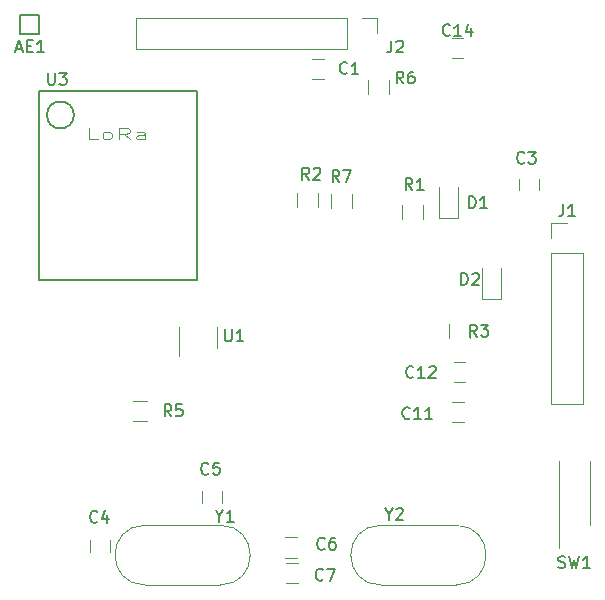
<source format=gto>
G04 #@! TF.GenerationSoftware,KiCad,Pcbnew,5.1.6-c6e7f7d~87~ubuntu18.04.1*
G04 #@! TF.CreationDate,2020-10-14T05:15:15+05:30*
G04 #@! TF.ProjectId,FrontEnd_4S,46726f6e-7445-46e6-945f-34532e6b6963,rev?*
G04 #@! TF.SameCoordinates,Original*
G04 #@! TF.FileFunction,Legend,Top*
G04 #@! TF.FilePolarity,Positive*
%FSLAX46Y46*%
G04 Gerber Fmt 4.6, Leading zero omitted, Abs format (unit mm)*
G04 Created by KiCad (PCBNEW 5.1.6-c6e7f7d~87~ubuntu18.04.1) date 2020-10-14 05:15:15*
%MOMM*%
%LPD*%
G01*
G04 APERTURE LIST*
%ADD10C,0.120000*%
%ADD11C,0.150000*%
%ADD12C,0.125000*%
G04 APERTURE END LIST*
D10*
X139427000Y-84626100D02*
X140757000Y-84626100D01*
X139427000Y-85956100D02*
X139427000Y-84626100D01*
X139427000Y-87226100D02*
X142087000Y-87226100D01*
X142087000Y-87226100D02*
X142087000Y-99986100D01*
X139427000Y-87226100D02*
X139427000Y-99986100D01*
X139427000Y-99986100D02*
X142087000Y-99986100D01*
X120786000Y-83386300D02*
X120786000Y-82186300D01*
X122546000Y-82186300D02*
X122546000Y-83386300D01*
X125698000Y-72585000D02*
X125698000Y-73785000D01*
X123938000Y-73785000D02*
X123938000Y-72585000D01*
X103997000Y-99696000D02*
X105197000Y-99696000D01*
X105197000Y-101456000D02*
X103997000Y-101456000D01*
D11*
X94465200Y-67043400D02*
X96065200Y-67043400D01*
X96065200Y-67043400D02*
X96065200Y-68643400D01*
X96065200Y-68643400D02*
X94465200Y-68643400D01*
X94465200Y-68643400D02*
X94465200Y-67043400D01*
D10*
X119157000Y-72457700D02*
X120157000Y-72457700D01*
X120157000Y-70757700D02*
X119157000Y-70757700D01*
X138386000Y-81907000D02*
X138386000Y-80907000D01*
X136686000Y-80907000D02*
X136686000Y-81907000D01*
X100387000Y-111509000D02*
X100387000Y-112509000D01*
X102087000Y-112509000D02*
X102087000Y-111509000D01*
X109833000Y-107374000D02*
X109833000Y-108374000D01*
X111533000Y-108374000D02*
X111533000Y-107374000D01*
X116858000Y-112991000D02*
X117858000Y-112991000D01*
X117858000Y-111291000D02*
X116858000Y-111291000D01*
X117970000Y-113453000D02*
X116970000Y-113453000D01*
X116970000Y-115153000D02*
X117970000Y-115153000D01*
X131059000Y-101513000D02*
X132059000Y-101513000D01*
X132059000Y-99813000D02*
X131059000Y-99813000D01*
X131153000Y-98157400D02*
X132153000Y-98157400D01*
X132153000Y-96457400D02*
X131153000Y-96457400D01*
X130981000Y-70735600D02*
X131981000Y-70735600D01*
X131981000Y-69035600D02*
X130981000Y-69035600D01*
X129952000Y-84246500D02*
X131552000Y-84246500D01*
X131552000Y-84246500D02*
X131552000Y-81646500D01*
X129952000Y-84246500D02*
X129952000Y-81646500D01*
X133579000Y-91114700D02*
X133579000Y-88514700D01*
X135179000Y-91114700D02*
X135179000Y-88514700D01*
X133579000Y-91114700D02*
X135179000Y-91114700D01*
X124694000Y-67283000D02*
X124694000Y-68613000D01*
X123364000Y-67283000D02*
X124694000Y-67283000D01*
X122094000Y-67283000D02*
X122094000Y-69943000D01*
X122094000Y-69943000D02*
X104254000Y-69943000D01*
X122094000Y-67283000D02*
X104254000Y-67283000D01*
X104254000Y-67283000D02*
X104254000Y-69943000D01*
X126824000Y-84359000D02*
X126824000Y-83159000D01*
X128584000Y-83159000D02*
X128584000Y-84359000D01*
X119668000Y-82099900D02*
X119668000Y-83299900D01*
X117908000Y-83299900D02*
X117908000Y-82099900D01*
X132536000Y-93225100D02*
X132536000Y-94425100D01*
X130776000Y-94425100D02*
X130776000Y-93225100D01*
X142717000Y-110256000D02*
X142717000Y-104856000D01*
X140057000Y-112166000D02*
X140057000Y-104856000D01*
X107884000Y-93458500D02*
X107884000Y-95908500D01*
X111104000Y-95258500D02*
X111104000Y-93458500D01*
D11*
X99001375Y-75518800D02*
G75*
G03*
X99001375Y-75518800I-1140175J0D01*
G01*
X96061200Y-89518800D02*
X96061200Y-73518800D01*
X96061200Y-73518800D02*
X109461200Y-73518800D01*
X109461200Y-73518800D02*
X109461200Y-89508800D01*
X109461200Y-89508800D02*
X96061200Y-89518800D01*
D10*
X105013000Y-110259000D02*
X111413000Y-110259000D01*
X105013000Y-115309000D02*
X111413000Y-115309000D01*
X105013000Y-115309000D02*
G75*
G02*
X105013000Y-110259000I0J2525000D01*
G01*
X111413000Y-115309000D02*
G75*
G03*
X111413000Y-110259000I0J2525000D01*
G01*
X124975000Y-115314000D02*
X131375000Y-115314000D01*
X124975000Y-110264000D02*
X131375000Y-110264000D01*
X131375000Y-115314000D02*
G75*
G03*
X131375000Y-110264000I0J2525000D01*
G01*
X124975000Y-115314000D02*
G75*
G02*
X124975000Y-110264000I0J2525000D01*
G01*
D11*
X140423666Y-83078480D02*
X140423666Y-83792766D01*
X140376047Y-83935623D01*
X140280809Y-84030861D01*
X140137952Y-84078480D01*
X140042714Y-84078480D01*
X141423666Y-84078480D02*
X140852238Y-84078480D01*
X141137952Y-84078480D02*
X141137952Y-83078480D01*
X141042714Y-83221338D01*
X140947476Y-83316576D01*
X140852238Y-83364195D01*
X121488993Y-81176160D02*
X121155660Y-80699970D01*
X120917564Y-81176160D02*
X120917564Y-80176160D01*
X121298517Y-80176160D01*
X121393755Y-80223780D01*
X121441374Y-80271399D01*
X121488993Y-80366637D01*
X121488993Y-80509494D01*
X121441374Y-80604732D01*
X121393755Y-80652351D01*
X121298517Y-80699970D01*
X120917564Y-80699970D01*
X121822326Y-80176160D02*
X122488993Y-80176160D01*
X122060421Y-81176160D01*
X126901913Y-72850000D02*
X126568580Y-72373810D01*
X126330484Y-72850000D02*
X126330484Y-71850000D01*
X126711437Y-71850000D01*
X126806675Y-71897620D01*
X126854294Y-71945239D01*
X126901913Y-72040477D01*
X126901913Y-72183334D01*
X126854294Y-72278572D01*
X126806675Y-72326191D01*
X126711437Y-72373810D01*
X126330484Y-72373810D01*
X127759056Y-71850000D02*
X127568580Y-71850000D01*
X127473341Y-71897620D01*
X127425722Y-71945239D01*
X127330484Y-72088096D01*
X127282865Y-72278572D01*
X127282865Y-72659524D01*
X127330484Y-72754762D01*
X127378103Y-72802381D01*
X127473341Y-72850000D01*
X127663818Y-72850000D01*
X127759056Y-72802381D01*
X127806675Y-72754762D01*
X127854294Y-72659524D01*
X127854294Y-72421429D01*
X127806675Y-72326191D01*
X127759056Y-72278572D01*
X127663818Y-72230953D01*
X127473341Y-72230953D01*
X127378103Y-72278572D01*
X127330484Y-72326191D01*
X127282865Y-72421429D01*
X107252273Y-101028380D02*
X106918940Y-100552190D01*
X106680844Y-101028380D02*
X106680844Y-100028380D01*
X107061797Y-100028380D01*
X107157035Y-100076000D01*
X107204654Y-100123619D01*
X107252273Y-100218857D01*
X107252273Y-100361714D01*
X107204654Y-100456952D01*
X107157035Y-100504571D01*
X107061797Y-100552190D01*
X106680844Y-100552190D01*
X108157035Y-100028380D02*
X107680844Y-100028380D01*
X107633225Y-100504571D01*
X107680844Y-100456952D01*
X107776082Y-100409333D01*
X108014178Y-100409333D01*
X108109416Y-100456952D01*
X108157035Y-100504571D01*
X108204654Y-100599809D01*
X108204654Y-100837904D01*
X108157035Y-100933142D01*
X108109416Y-100980761D01*
X108014178Y-101028380D01*
X107776082Y-101028380D01*
X107680844Y-100980761D01*
X107633225Y-100933142D01*
X94141713Y-69925226D02*
X94617903Y-69925226D01*
X94046475Y-70210940D02*
X94379808Y-69210940D01*
X94713141Y-70210940D01*
X95046475Y-69687131D02*
X95379808Y-69687131D01*
X95522665Y-70210940D02*
X95046475Y-70210940D01*
X95046475Y-69210940D01*
X95522665Y-69210940D01*
X96475046Y-70210940D02*
X95903618Y-70210940D01*
X96189332Y-70210940D02*
X96189332Y-69210940D01*
X96094094Y-69353798D01*
X95998856Y-69449036D01*
X95903618Y-69496655D01*
X122137013Y-71952142D02*
X122089394Y-71999761D01*
X121946537Y-72047380D01*
X121851299Y-72047380D01*
X121708441Y-71999761D01*
X121613203Y-71904523D01*
X121565584Y-71809285D01*
X121517965Y-71618809D01*
X121517965Y-71475952D01*
X121565584Y-71285476D01*
X121613203Y-71190238D01*
X121708441Y-71095000D01*
X121851299Y-71047380D01*
X121946537Y-71047380D01*
X122089394Y-71095000D01*
X122137013Y-71142619D01*
X123089394Y-72047380D02*
X122517965Y-72047380D01*
X122803680Y-72047380D02*
X122803680Y-71047380D01*
X122708441Y-71190238D01*
X122613203Y-71285476D01*
X122517965Y-71333095D01*
X137155973Y-79539102D02*
X137108354Y-79586721D01*
X136965497Y-79634340D01*
X136870259Y-79634340D01*
X136727401Y-79586721D01*
X136632163Y-79491483D01*
X136584544Y-79396245D01*
X136536925Y-79205769D01*
X136536925Y-79062912D01*
X136584544Y-78872436D01*
X136632163Y-78777198D01*
X136727401Y-78681960D01*
X136870259Y-78634340D01*
X136965497Y-78634340D01*
X137108354Y-78681960D01*
X137155973Y-78729579D01*
X137489306Y-78634340D02*
X138108354Y-78634340D01*
X137775020Y-79015293D01*
X137917878Y-79015293D01*
X138013116Y-79062912D01*
X138060735Y-79110531D01*
X138108354Y-79205769D01*
X138108354Y-79443864D01*
X138060735Y-79539102D01*
X138013116Y-79586721D01*
X137917878Y-79634340D01*
X137632163Y-79634340D01*
X137536925Y-79586721D01*
X137489306Y-79539102D01*
X100989053Y-109948062D02*
X100941434Y-109995681D01*
X100798577Y-110043300D01*
X100703339Y-110043300D01*
X100560481Y-109995681D01*
X100465243Y-109900443D01*
X100417624Y-109805205D01*
X100370005Y-109614729D01*
X100370005Y-109471872D01*
X100417624Y-109281396D01*
X100465243Y-109186158D01*
X100560481Y-109090920D01*
X100703339Y-109043300D01*
X100798577Y-109043300D01*
X100941434Y-109090920D01*
X100989053Y-109138539D01*
X101846196Y-109376634D02*
X101846196Y-110043300D01*
X101608100Y-108995681D02*
X101370005Y-109709967D01*
X101989053Y-109709967D01*
X110402033Y-105868942D02*
X110354414Y-105916561D01*
X110211557Y-105964180D01*
X110116319Y-105964180D01*
X109973461Y-105916561D01*
X109878223Y-105821323D01*
X109830604Y-105726085D01*
X109782985Y-105535609D01*
X109782985Y-105392752D01*
X109830604Y-105202276D01*
X109878223Y-105107038D01*
X109973461Y-105011800D01*
X110116319Y-104964180D01*
X110211557Y-104964180D01*
X110354414Y-105011800D01*
X110402033Y-105059419D01*
X111306795Y-104964180D02*
X110830604Y-104964180D01*
X110782985Y-105440371D01*
X110830604Y-105392752D01*
X110925842Y-105345133D01*
X111163938Y-105345133D01*
X111259176Y-105392752D01*
X111306795Y-105440371D01*
X111354414Y-105535609D01*
X111354414Y-105773704D01*
X111306795Y-105868942D01*
X111259176Y-105916561D01*
X111163938Y-105964180D01*
X110925842Y-105964180D01*
X110830604Y-105916561D01*
X110782985Y-105868942D01*
X120226633Y-112226362D02*
X120179014Y-112273981D01*
X120036157Y-112321600D01*
X119940919Y-112321600D01*
X119798061Y-112273981D01*
X119702823Y-112178743D01*
X119655204Y-112083505D01*
X119607585Y-111893029D01*
X119607585Y-111750172D01*
X119655204Y-111559696D01*
X119702823Y-111464458D01*
X119798061Y-111369220D01*
X119940919Y-111321600D01*
X120036157Y-111321600D01*
X120179014Y-111369220D01*
X120226633Y-111416839D01*
X121083776Y-111321600D02*
X120893300Y-111321600D01*
X120798061Y-111369220D01*
X120750442Y-111416839D01*
X120655204Y-111559696D01*
X120607585Y-111750172D01*
X120607585Y-112131124D01*
X120655204Y-112226362D01*
X120702823Y-112273981D01*
X120798061Y-112321600D01*
X120988538Y-112321600D01*
X121083776Y-112273981D01*
X121131395Y-112226362D01*
X121179014Y-112131124D01*
X121179014Y-111893029D01*
X121131395Y-111797791D01*
X121083776Y-111750172D01*
X120988538Y-111702553D01*
X120798061Y-111702553D01*
X120702823Y-111750172D01*
X120655204Y-111797791D01*
X120607585Y-111893029D01*
X120099873Y-114845562D02*
X120052254Y-114893181D01*
X119909397Y-114940800D01*
X119814159Y-114940800D01*
X119671301Y-114893181D01*
X119576063Y-114797943D01*
X119528444Y-114702705D01*
X119480825Y-114512229D01*
X119480825Y-114369372D01*
X119528444Y-114178896D01*
X119576063Y-114083658D01*
X119671301Y-113988420D01*
X119814159Y-113940800D01*
X119909397Y-113940800D01*
X120052254Y-113988420D01*
X120099873Y-114036039D01*
X120433206Y-113940800D02*
X121099873Y-113940800D01*
X120671301Y-114940800D01*
X127438882Y-101177622D02*
X127391263Y-101225241D01*
X127248406Y-101272860D01*
X127153168Y-101272860D01*
X127010311Y-101225241D01*
X126915073Y-101130003D01*
X126867454Y-101034765D01*
X126819835Y-100844289D01*
X126819835Y-100701432D01*
X126867454Y-100510956D01*
X126915073Y-100415718D01*
X127010311Y-100320480D01*
X127153168Y-100272860D01*
X127248406Y-100272860D01*
X127391263Y-100320480D01*
X127438882Y-100368099D01*
X128391263Y-101272860D02*
X127819835Y-101272860D01*
X128105549Y-101272860D02*
X128105549Y-100272860D01*
X128010311Y-100415718D01*
X127915073Y-100510956D01*
X127819835Y-100558575D01*
X129343644Y-101272860D02*
X128772216Y-101272860D01*
X129057930Y-101272860D02*
X129057930Y-100272860D01*
X128962692Y-100415718D01*
X128867454Y-100510956D01*
X128772216Y-100558575D01*
X127741162Y-97689942D02*
X127693543Y-97737561D01*
X127550686Y-97785180D01*
X127455448Y-97785180D01*
X127312591Y-97737561D01*
X127217353Y-97642323D01*
X127169734Y-97547085D01*
X127122115Y-97356609D01*
X127122115Y-97213752D01*
X127169734Y-97023276D01*
X127217353Y-96928038D01*
X127312591Y-96832800D01*
X127455448Y-96785180D01*
X127550686Y-96785180D01*
X127693543Y-96832800D01*
X127741162Y-96880419D01*
X128693543Y-97785180D02*
X128122115Y-97785180D01*
X128407829Y-97785180D02*
X128407829Y-96785180D01*
X128312591Y-96928038D01*
X128217353Y-97023276D01*
X128122115Y-97070895D01*
X129074496Y-96880419D02*
X129122115Y-96832800D01*
X129217353Y-96785180D01*
X129455448Y-96785180D01*
X129550686Y-96832800D01*
X129598305Y-96880419D01*
X129645924Y-96975657D01*
X129645924Y-97070895D01*
X129598305Y-97213752D01*
X129026877Y-97785180D01*
X129645924Y-97785180D01*
X130838142Y-68742742D02*
X130790523Y-68790361D01*
X130647666Y-68837980D01*
X130552428Y-68837980D01*
X130409571Y-68790361D01*
X130314333Y-68695123D01*
X130266714Y-68599885D01*
X130219095Y-68409409D01*
X130219095Y-68266552D01*
X130266714Y-68076076D01*
X130314333Y-67980838D01*
X130409571Y-67885600D01*
X130552428Y-67837980D01*
X130647666Y-67837980D01*
X130790523Y-67885600D01*
X130838142Y-67933219D01*
X131790523Y-68837980D02*
X131219095Y-68837980D01*
X131504809Y-68837980D02*
X131504809Y-67837980D01*
X131409571Y-67980838D01*
X131314333Y-68076076D01*
X131219095Y-68123695D01*
X132647666Y-68171314D02*
X132647666Y-68837980D01*
X132409571Y-67790361D02*
X132171476Y-68504647D01*
X132790523Y-68504647D01*
X132456964Y-83406240D02*
X132456964Y-82406240D01*
X132695060Y-82406240D01*
X132837917Y-82453860D01*
X132933155Y-82549098D01*
X132980774Y-82644336D01*
X133028393Y-82834812D01*
X133028393Y-82977669D01*
X132980774Y-83168145D01*
X132933155Y-83263383D01*
X132837917Y-83358621D01*
X132695060Y-83406240D01*
X132456964Y-83406240D01*
X133980774Y-83406240D02*
X133409345Y-83406240D01*
X133695060Y-83406240D02*
X133695060Y-82406240D01*
X133599821Y-82549098D01*
X133504583Y-82644336D01*
X133409345Y-82691955D01*
X131801644Y-89916260D02*
X131801644Y-88916260D01*
X132039740Y-88916260D01*
X132182597Y-88963880D01*
X132277835Y-89059118D01*
X132325454Y-89154356D01*
X132373073Y-89344832D01*
X132373073Y-89487689D01*
X132325454Y-89678165D01*
X132277835Y-89773403D01*
X132182597Y-89868641D01*
X132039740Y-89916260D01*
X131801644Y-89916260D01*
X132754025Y-89011499D02*
X132801644Y-88963880D01*
X132896882Y-88916260D01*
X133134978Y-88916260D01*
X133230216Y-88963880D01*
X133277835Y-89011499D01*
X133325454Y-89106737D01*
X133325454Y-89201975D01*
X133277835Y-89344832D01*
X132706406Y-89916260D01*
X133325454Y-89916260D01*
X125883086Y-69228700D02*
X125883086Y-69942986D01*
X125835467Y-70085843D01*
X125740229Y-70181081D01*
X125597372Y-70228700D01*
X125502134Y-70228700D01*
X126311658Y-69323939D02*
X126359277Y-69276320D01*
X126454515Y-69228700D01*
X126692610Y-69228700D01*
X126787848Y-69276320D01*
X126835467Y-69323939D01*
X126883086Y-69419177D01*
X126883086Y-69514415D01*
X126835467Y-69657272D01*
X126264039Y-70228700D01*
X126883086Y-70228700D01*
X127666453Y-81874620D02*
X127333120Y-81398430D01*
X127095024Y-81874620D02*
X127095024Y-80874620D01*
X127475977Y-80874620D01*
X127571215Y-80922240D01*
X127618834Y-80969859D01*
X127666453Y-81065097D01*
X127666453Y-81207954D01*
X127618834Y-81303192D01*
X127571215Y-81350811D01*
X127475977Y-81398430D01*
X127095024Y-81398430D01*
X128618834Y-81874620D02*
X128047405Y-81874620D01*
X128333120Y-81874620D02*
X128333120Y-80874620D01*
X128237881Y-81017478D01*
X128142643Y-81112716D01*
X128047405Y-81160335D01*
X118933753Y-80983120D02*
X118600420Y-80506930D01*
X118362324Y-80983120D02*
X118362324Y-79983120D01*
X118743277Y-79983120D01*
X118838515Y-80030740D01*
X118886134Y-80078359D01*
X118933753Y-80173597D01*
X118933753Y-80316454D01*
X118886134Y-80411692D01*
X118838515Y-80459311D01*
X118743277Y-80506930D01*
X118362324Y-80506930D01*
X119314705Y-80078359D02*
X119362324Y-80030740D01*
X119457562Y-79983120D01*
X119695658Y-79983120D01*
X119790896Y-80030740D01*
X119838515Y-80078359D01*
X119886134Y-80173597D01*
X119886134Y-80268835D01*
X119838515Y-80411692D01*
X119267086Y-80983120D01*
X119886134Y-80983120D01*
X133139333Y-94277480D02*
X132806000Y-93801290D01*
X132567904Y-94277480D02*
X132567904Y-93277480D01*
X132948857Y-93277480D01*
X133044095Y-93325100D01*
X133091714Y-93372719D01*
X133139333Y-93467957D01*
X133139333Y-93610814D01*
X133091714Y-93706052D01*
X133044095Y-93753671D01*
X132948857Y-93801290D01*
X132567904Y-93801290D01*
X133472666Y-93277480D02*
X134091714Y-93277480D01*
X133758380Y-93658433D01*
X133901238Y-93658433D01*
X133996476Y-93706052D01*
X134044095Y-93753671D01*
X134091714Y-93848909D01*
X134091714Y-94087004D01*
X134044095Y-94182242D01*
X133996476Y-94229861D01*
X133901238Y-94277480D01*
X133615523Y-94277480D01*
X133520285Y-94229861D01*
X133472666Y-94182242D01*
X140030806Y-113825621D02*
X140173663Y-113873240D01*
X140411759Y-113873240D01*
X140506997Y-113825621D01*
X140554616Y-113778002D01*
X140602235Y-113682764D01*
X140602235Y-113587526D01*
X140554616Y-113492288D01*
X140506997Y-113444669D01*
X140411759Y-113397050D01*
X140221282Y-113349431D01*
X140126044Y-113301812D01*
X140078425Y-113254193D01*
X140030806Y-113158955D01*
X140030806Y-113063717D01*
X140078425Y-112968479D01*
X140126044Y-112920860D01*
X140221282Y-112873240D01*
X140459378Y-112873240D01*
X140602235Y-112920860D01*
X140935568Y-112873240D02*
X141173663Y-113873240D01*
X141364140Y-113158955D01*
X141554616Y-113873240D01*
X141792711Y-112873240D01*
X142697473Y-113873240D02*
X142126044Y-113873240D01*
X142411759Y-113873240D02*
X142411759Y-112873240D01*
X142316520Y-113016098D01*
X142221282Y-113111336D01*
X142126044Y-113158955D01*
X111790255Y-93678800D02*
X111790255Y-94488324D01*
X111837874Y-94583562D01*
X111885493Y-94631181D01*
X111980731Y-94678800D01*
X112171207Y-94678800D01*
X112266445Y-94631181D01*
X112314064Y-94583562D01*
X112361683Y-94488324D01*
X112361683Y-93678800D01*
X113361683Y-94678800D02*
X112790255Y-94678800D01*
X113075969Y-94678800D02*
X113075969Y-93678800D01*
X112980731Y-93821658D01*
X112885493Y-93916896D01*
X112790255Y-93964515D01*
X96824895Y-71959220D02*
X96824895Y-72768744D01*
X96872514Y-72863982D01*
X96920133Y-72911601D01*
X97015371Y-72959220D01*
X97205847Y-72959220D01*
X97301085Y-72911601D01*
X97348704Y-72863982D01*
X97396323Y-72768744D01*
X97396323Y-71959220D01*
X97777276Y-71959220D02*
X98396323Y-71959220D01*
X98062990Y-72340173D01*
X98205847Y-72340173D01*
X98301085Y-72387792D01*
X98348704Y-72435411D01*
X98396323Y-72530649D01*
X98396323Y-72768744D01*
X98348704Y-72863982D01*
X98301085Y-72911601D01*
X98205847Y-72959220D01*
X97920133Y-72959220D01*
X97824895Y-72911601D01*
X97777276Y-72863982D01*
D12*
X101008342Y-77591180D02*
X100294057Y-77591180D01*
X100294057Y-76591180D01*
X101722628Y-77591180D02*
X101579771Y-77543561D01*
X101508342Y-77495942D01*
X101436914Y-77400704D01*
X101436914Y-77114990D01*
X101508342Y-77019752D01*
X101579771Y-76972133D01*
X101722628Y-76924514D01*
X101936914Y-76924514D01*
X102079771Y-76972133D01*
X102151200Y-77019752D01*
X102222628Y-77114990D01*
X102222628Y-77400704D01*
X102151200Y-77495942D01*
X102079771Y-77543561D01*
X101936914Y-77591180D01*
X101722628Y-77591180D01*
X103722628Y-77591180D02*
X103222628Y-77114990D01*
X102865485Y-77591180D02*
X102865485Y-76591180D01*
X103436914Y-76591180D01*
X103579771Y-76638800D01*
X103651200Y-76686419D01*
X103722628Y-76781657D01*
X103722628Y-76924514D01*
X103651200Y-77019752D01*
X103579771Y-77067371D01*
X103436914Y-77114990D01*
X102865485Y-77114990D01*
X105008342Y-77591180D02*
X105008342Y-77067371D01*
X104936914Y-76972133D01*
X104794057Y-76924514D01*
X104508342Y-76924514D01*
X104365485Y-76972133D01*
X105008342Y-77543561D02*
X104865485Y-77591180D01*
X104508342Y-77591180D01*
X104365485Y-77543561D01*
X104294057Y-77448323D01*
X104294057Y-77353085D01*
X104365485Y-77257847D01*
X104508342Y-77210228D01*
X104865485Y-77210228D01*
X105008342Y-77162609D01*
D11*
X111334389Y-109483590D02*
X111334389Y-109959780D01*
X111001056Y-108959780D02*
X111334389Y-109483590D01*
X111667722Y-108959780D01*
X112524865Y-109959780D02*
X111953437Y-109959780D01*
X112239151Y-109959780D02*
X112239151Y-108959780D01*
X112143913Y-109102638D01*
X112048675Y-109197876D01*
X111953437Y-109245495D01*
X125677909Y-109320950D02*
X125677909Y-109797140D01*
X125344576Y-108797140D02*
X125677909Y-109320950D01*
X126011242Y-108797140D01*
X126296957Y-108892379D02*
X126344576Y-108844760D01*
X126439814Y-108797140D01*
X126677909Y-108797140D01*
X126773147Y-108844760D01*
X126820766Y-108892379D01*
X126868385Y-108987617D01*
X126868385Y-109082855D01*
X126820766Y-109225712D01*
X126249338Y-109797140D01*
X126868385Y-109797140D01*
M02*

</source>
